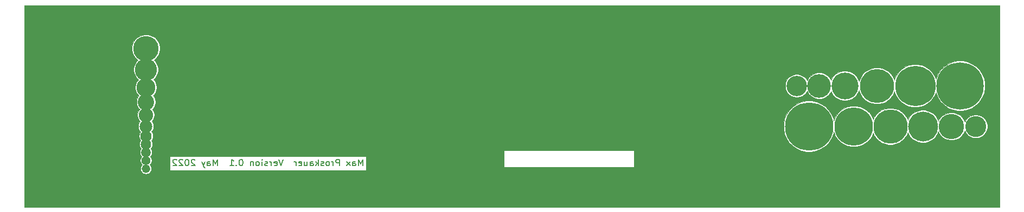
<source format=gbr>
G04 #@! TF.GenerationSoftware,KiCad,Pcbnew,(6.0.0)*
G04 #@! TF.CreationDate,2022-05-01T21:30:31-04:00*
G04 #@! TF.ProjectId,ruler,72756c65-722e-46b6-9963-61645f706362,0.1*
G04 #@! TF.SameCoordinates,Original*
G04 #@! TF.FileFunction,Copper,L2,Bot*
G04 #@! TF.FilePolarity,Positive*
%FSLAX46Y46*%
G04 Gerber Fmt 4.6, Leading zero omitted, Abs format (unit mm)*
G04 Created by KiCad (PCBNEW (6.0.0)) date 2022-05-01 21:30:31*
%MOMM*%
%LPD*%
G01*
G04 APERTURE LIST*
%ADD10C,0.200000*%
G04 #@! TA.AperFunction,NonConductor*
%ADD11C,0.200000*%
G04 #@! TD*
G04 #@! TA.AperFunction,ComponentPad*
%ADD12C,7.400000*%
G04 #@! TD*
G04 #@! TA.AperFunction,ComponentPad*
%ADD13C,5.300000*%
G04 #@! TD*
G04 #@! TA.AperFunction,ComponentPad*
%ADD14C,4.200000*%
G04 #@! TD*
G04 #@! TA.AperFunction,ComponentPad*
%ADD15C,3.200000*%
G04 #@! TD*
G04 #@! TA.AperFunction,ComponentPad*
%ADD16C,3.700000*%
G04 #@! TD*
G04 #@! TA.AperFunction,ComponentPad*
%ADD17C,6.300000*%
G04 #@! TD*
G04 #@! TA.AperFunction,ComponentPad*
%ADD18C,7.543800*%
G04 #@! TD*
G04 #@! TA.AperFunction,ComponentPad*
%ADD19C,5.994400*%
G04 #@! TD*
G04 #@! TA.AperFunction,ComponentPad*
%ADD20C,4.673600*%
G04 #@! TD*
G04 #@! TA.AperFunction,ComponentPad*
%ADD21C,3.276600*%
G04 #@! TD*
G04 #@! TA.AperFunction,ComponentPad*
%ADD22C,3.962400*%
G04 #@! TD*
G04 #@! TA.AperFunction,ComponentPad*
%ADD23C,5.334000*%
G04 #@! TD*
G04 #@! TA.AperFunction,ComponentPad*
%ADD24C,2.946400*%
G04 #@! TD*
G04 #@! TA.AperFunction,ComponentPad*
%ADD25C,1.397000*%
G04 #@! TD*
G04 #@! TA.AperFunction,ComponentPad*
%ADD26C,3.454400*%
G04 #@! TD*
G04 #@! TA.AperFunction,ComponentPad*
%ADD27C,1.625600*%
G04 #@! TD*
G04 #@! TA.AperFunction,ComponentPad*
%ADD28C,1.320800*%
G04 #@! TD*
G04 #@! TA.AperFunction,ComponentPad*
%ADD29C,1.498600*%
G04 #@! TD*
G04 #@! TA.AperFunction,ComponentPad*
%ADD30C,2.235200*%
G04 #@! TD*
G04 #@! TA.AperFunction,ComponentPad*
%ADD31C,1.981200*%
G04 #@! TD*
G04 #@! TA.AperFunction,ComponentPad*
%ADD32C,1.778000*%
G04 #@! TD*
G04 #@! TA.AperFunction,ComponentPad*
%ADD33C,2.540000*%
G04 #@! TD*
G04 #@! TA.AperFunction,NonConductor*
%ADD34C,0.025400*%
G04 #@! TD*
G04 APERTURE END LIST*
D10*
D11*
X129085714Y-101417380D02*
X129085714Y-100417380D01*
X128752380Y-101131666D01*
X128419047Y-100417380D01*
X128419047Y-101417380D01*
X127514285Y-101417380D02*
X127514285Y-100893571D01*
X127561904Y-100798333D01*
X127657142Y-100750714D01*
X127847619Y-100750714D01*
X127942857Y-100798333D01*
X127514285Y-101369761D02*
X127609523Y-101417380D01*
X127847619Y-101417380D01*
X127942857Y-101369761D01*
X127990476Y-101274523D01*
X127990476Y-101179285D01*
X127942857Y-101084047D01*
X127847619Y-101036428D01*
X127609523Y-101036428D01*
X127514285Y-100988809D01*
X127133333Y-101417380D02*
X126609523Y-100750714D01*
X127133333Y-100750714D02*
X126609523Y-101417380D01*
X125466666Y-101417380D02*
X125466666Y-100417380D01*
X125085714Y-100417380D01*
X124990476Y-100465000D01*
X124942857Y-100512619D01*
X124895238Y-100607857D01*
X124895238Y-100750714D01*
X124942857Y-100845952D01*
X124990476Y-100893571D01*
X125085714Y-100941190D01*
X125466666Y-100941190D01*
X124466666Y-101417380D02*
X124466666Y-100750714D01*
X124466666Y-100941190D02*
X124419047Y-100845952D01*
X124371428Y-100798333D01*
X124276190Y-100750714D01*
X124180952Y-100750714D01*
X123704761Y-101417380D02*
X123800000Y-101369761D01*
X123847619Y-101322142D01*
X123895238Y-101226904D01*
X123895238Y-100941190D01*
X123847619Y-100845952D01*
X123800000Y-100798333D01*
X123704761Y-100750714D01*
X123561904Y-100750714D01*
X123466666Y-100798333D01*
X123419047Y-100845952D01*
X123371428Y-100941190D01*
X123371428Y-101226904D01*
X123419047Y-101322142D01*
X123466666Y-101369761D01*
X123561904Y-101417380D01*
X123704761Y-101417380D01*
X122990476Y-101369761D02*
X122895238Y-101417380D01*
X122704761Y-101417380D01*
X122609523Y-101369761D01*
X122561904Y-101274523D01*
X122561904Y-101226904D01*
X122609523Y-101131666D01*
X122704761Y-101084047D01*
X122847619Y-101084047D01*
X122942857Y-101036428D01*
X122990476Y-100941190D01*
X122990476Y-100893571D01*
X122942857Y-100798333D01*
X122847619Y-100750714D01*
X122704761Y-100750714D01*
X122609523Y-100798333D01*
X122133333Y-101417380D02*
X122133333Y-100417380D01*
X122038095Y-101036428D02*
X121752380Y-101417380D01*
X121752380Y-100750714D02*
X122133333Y-101131666D01*
X120895238Y-101417380D02*
X120895238Y-100893571D01*
X120942857Y-100798333D01*
X121038095Y-100750714D01*
X121228571Y-100750714D01*
X121323809Y-100798333D01*
X120895238Y-101369761D02*
X120990476Y-101417380D01*
X121228571Y-101417380D01*
X121323809Y-101369761D01*
X121371428Y-101274523D01*
X121371428Y-101179285D01*
X121323809Y-101084047D01*
X121228571Y-101036428D01*
X120990476Y-101036428D01*
X120895238Y-100988809D01*
X119990476Y-100750714D02*
X119990476Y-101417380D01*
X120419047Y-100750714D02*
X120419047Y-101274523D01*
X120371428Y-101369761D01*
X120276190Y-101417380D01*
X120133333Y-101417380D01*
X120038095Y-101369761D01*
X119990476Y-101322142D01*
X119133333Y-101369761D02*
X119228571Y-101417380D01*
X119419047Y-101417380D01*
X119514285Y-101369761D01*
X119561904Y-101274523D01*
X119561904Y-100893571D01*
X119514285Y-100798333D01*
X119419047Y-100750714D01*
X119228571Y-100750714D01*
X119133333Y-100798333D01*
X119085714Y-100893571D01*
X119085714Y-100988809D01*
X119561904Y-101084047D01*
X118657142Y-101417380D02*
X118657142Y-100750714D01*
X118657142Y-100941190D02*
X118609523Y-100845952D01*
X118561904Y-100798333D01*
X118466666Y-100750714D01*
X118371428Y-100750714D01*
X116657142Y-100417380D02*
X116323809Y-101417380D01*
X115990476Y-100417380D01*
X115276190Y-101369761D02*
X115371428Y-101417380D01*
X115561904Y-101417380D01*
X115657142Y-101369761D01*
X115704761Y-101274523D01*
X115704761Y-100893571D01*
X115657142Y-100798333D01*
X115561904Y-100750714D01*
X115371428Y-100750714D01*
X115276190Y-100798333D01*
X115228571Y-100893571D01*
X115228571Y-100988809D01*
X115704761Y-101084047D01*
X114800000Y-101417380D02*
X114800000Y-100750714D01*
X114800000Y-100941190D02*
X114752380Y-100845952D01*
X114704761Y-100798333D01*
X114609523Y-100750714D01*
X114514285Y-100750714D01*
X114228571Y-101369761D02*
X114133333Y-101417380D01*
X113942857Y-101417380D01*
X113847619Y-101369761D01*
X113800000Y-101274523D01*
X113800000Y-101226904D01*
X113847619Y-101131666D01*
X113942857Y-101084047D01*
X114085714Y-101084047D01*
X114180952Y-101036428D01*
X114228571Y-100941190D01*
X114228571Y-100893571D01*
X114180952Y-100798333D01*
X114085714Y-100750714D01*
X113942857Y-100750714D01*
X113847619Y-100798333D01*
X113371428Y-101417380D02*
X113371428Y-100750714D01*
X113371428Y-100417380D02*
X113419047Y-100465000D01*
X113371428Y-100512619D01*
X113323809Y-100465000D01*
X113371428Y-100417380D01*
X113371428Y-100512619D01*
X112752380Y-101417380D02*
X112847619Y-101369761D01*
X112895238Y-101322142D01*
X112942857Y-101226904D01*
X112942857Y-100941190D01*
X112895238Y-100845952D01*
X112847619Y-100798333D01*
X112752380Y-100750714D01*
X112609523Y-100750714D01*
X112514285Y-100798333D01*
X112466666Y-100845952D01*
X112419047Y-100941190D01*
X112419047Y-101226904D01*
X112466666Y-101322142D01*
X112514285Y-101369761D01*
X112609523Y-101417380D01*
X112752380Y-101417380D01*
X111990476Y-100750714D02*
X111990476Y-101417380D01*
X111990476Y-100845952D02*
X111942857Y-100798333D01*
X111847619Y-100750714D01*
X111704761Y-100750714D01*
X111609523Y-100798333D01*
X111561904Y-100893571D01*
X111561904Y-101417380D01*
X110133333Y-100417380D02*
X110038095Y-100417380D01*
X109942857Y-100465000D01*
X109895238Y-100512619D01*
X109847619Y-100607857D01*
X109800000Y-100798333D01*
X109800000Y-101036428D01*
X109847619Y-101226904D01*
X109895238Y-101322142D01*
X109942857Y-101369761D01*
X110038095Y-101417380D01*
X110133333Y-101417380D01*
X110228571Y-101369761D01*
X110276190Y-101322142D01*
X110323809Y-101226904D01*
X110371428Y-101036428D01*
X110371428Y-100798333D01*
X110323809Y-100607857D01*
X110276190Y-100512619D01*
X110228571Y-100465000D01*
X110133333Y-100417380D01*
X109371428Y-101322142D02*
X109323809Y-101369761D01*
X109371428Y-101417380D01*
X109419047Y-101369761D01*
X109371428Y-101322142D01*
X109371428Y-101417380D01*
X108371428Y-101417380D02*
X108942857Y-101417380D01*
X108657142Y-101417380D02*
X108657142Y-100417380D01*
X108752380Y-100560238D01*
X108847619Y-100655476D01*
X108942857Y-100703095D01*
X106419047Y-101417380D02*
X106419047Y-100417380D01*
X106085714Y-101131666D01*
X105752380Y-100417380D01*
X105752380Y-101417380D01*
X104847619Y-101417380D02*
X104847619Y-100893571D01*
X104895238Y-100798333D01*
X104990476Y-100750714D01*
X105180952Y-100750714D01*
X105276190Y-100798333D01*
X104847619Y-101369761D02*
X104942857Y-101417380D01*
X105180952Y-101417380D01*
X105276190Y-101369761D01*
X105323809Y-101274523D01*
X105323809Y-101179285D01*
X105276190Y-101084047D01*
X105180952Y-101036428D01*
X104942857Y-101036428D01*
X104847619Y-100988809D01*
X104466666Y-100750714D02*
X104228571Y-101417380D01*
X103990476Y-100750714D02*
X104228571Y-101417380D01*
X104323809Y-101655476D01*
X104371428Y-101703095D01*
X104466666Y-101750714D01*
X102895238Y-100512619D02*
X102847619Y-100465000D01*
X102752380Y-100417380D01*
X102514285Y-100417380D01*
X102419047Y-100465000D01*
X102371428Y-100512619D01*
X102323809Y-100607857D01*
X102323809Y-100703095D01*
X102371428Y-100845952D01*
X102942857Y-101417380D01*
X102323809Y-101417380D01*
X101704761Y-100417380D02*
X101609523Y-100417380D01*
X101514285Y-100465000D01*
X101466666Y-100512619D01*
X101419047Y-100607857D01*
X101371428Y-100798333D01*
X101371428Y-101036428D01*
X101419047Y-101226904D01*
X101466666Y-101322142D01*
X101514285Y-101369761D01*
X101609523Y-101417380D01*
X101704761Y-101417380D01*
X101800000Y-101369761D01*
X101847619Y-101322142D01*
X101895238Y-101226904D01*
X101942857Y-101036428D01*
X101942857Y-100798333D01*
X101895238Y-100607857D01*
X101847619Y-100512619D01*
X101800000Y-100465000D01*
X101704761Y-100417380D01*
X100990476Y-100512619D02*
X100942857Y-100465000D01*
X100847619Y-100417380D01*
X100609523Y-100417380D01*
X100514285Y-100465000D01*
X100466666Y-100512619D01*
X100419047Y-100607857D01*
X100419047Y-100703095D01*
X100466666Y-100845952D01*
X101038095Y-101417380D01*
X100419047Y-101417380D01*
X100038095Y-100512619D02*
X99990476Y-100465000D01*
X99895238Y-100417380D01*
X99657142Y-100417380D01*
X99561904Y-100465000D01*
X99514285Y-100512619D01*
X99466666Y-100607857D01*
X99466666Y-100703095D01*
X99514285Y-100845952D01*
X100085714Y-101417380D01*
X99466666Y-101417380D01*
D12*
X222350000Y-88900000D03*
D13*
X209350000Y-88900000D03*
D14*
X204350000Y-88900000D03*
D15*
X196850000Y-88900000D03*
D16*
X200350000Y-88900000D03*
D17*
X215350000Y-88900000D03*
D18*
X198755000Y-95250000D03*
D19*
X205740000Y-95250000D03*
D20*
X216535000Y-95250000D03*
D21*
X224790000Y-95250000D03*
D22*
X220980000Y-95250000D03*
D23*
X211455000Y-95250000D03*
D24*
X95250000Y-89154000D03*
D22*
X95250000Y-83058000D03*
D25*
X95250000Y-100584000D03*
D26*
X95250000Y-86360000D03*
D27*
X95250000Y-98044000D03*
D28*
X95250000Y-101854000D03*
D29*
X95250000Y-99314000D03*
D30*
X95250000Y-93472000D03*
D31*
X95250000Y-95250000D03*
D32*
X95250000Y-96774000D03*
D33*
X95250000Y-91440000D03*
D34*
X228511900Y-107861900D02*
X76288100Y-107861900D01*
X76288100Y-82841920D01*
X93056100Y-82841920D01*
X93056100Y-83274080D01*
X93140411Y-83697937D01*
X93305791Y-84097201D01*
X93545887Y-84456530D01*
X93851470Y-84762113D01*
X94003123Y-84863445D01*
X93743182Y-85123386D01*
X93530883Y-85441113D01*
X93384650Y-85794152D01*
X93310100Y-86168937D01*
X93310100Y-86551063D01*
X93384650Y-86925848D01*
X93530883Y-87278887D01*
X93743182Y-87596614D01*
X94013386Y-87866818D01*
X94097054Y-87922724D01*
X93940476Y-88079302D01*
X93755975Y-88355427D01*
X93628889Y-88662241D01*
X93564100Y-88987953D01*
X93564100Y-89320047D01*
X93628889Y-89645759D01*
X93755975Y-89952573D01*
X93940476Y-90228698D01*
X94152462Y-90440684D01*
X94098312Y-90494834D01*
X93936048Y-90737678D01*
X93824279Y-91007512D01*
X93767300Y-91293967D01*
X93767300Y-91586033D01*
X93824279Y-91872488D01*
X93936048Y-92142322D01*
X94098312Y-92385166D01*
X94276909Y-92563763D01*
X94216688Y-92623983D01*
X94071103Y-92841867D01*
X93970822Y-93083966D01*
X93919700Y-93340977D01*
X93919700Y-93603023D01*
X93970822Y-93860034D01*
X94071103Y-94102133D01*
X94216688Y-94320017D01*
X94347474Y-94450803D01*
X94315336Y-94482941D01*
X94183650Y-94680024D01*
X94092942Y-94899010D01*
X94046700Y-95131485D01*
X94046700Y-95368515D01*
X94092942Y-95600990D01*
X94183650Y-95819976D01*
X94315336Y-96017059D01*
X94384532Y-96086255D01*
X94273686Y-96252149D01*
X94190637Y-96452646D01*
X94148300Y-96665492D01*
X94148300Y-96882508D01*
X94190637Y-97095354D01*
X94273686Y-97295851D01*
X94394253Y-97476293D01*
X94395283Y-97477323D01*
X94341214Y-97558244D01*
X94263909Y-97744873D01*
X94224500Y-97942997D01*
X94224500Y-98145003D01*
X94263909Y-98343127D01*
X94341214Y-98529756D01*
X94453442Y-98697718D01*
X94484228Y-98728504D01*
X94397486Y-98858322D01*
X94324969Y-99033395D01*
X94288000Y-99219251D01*
X94288000Y-99408749D01*
X94324969Y-99594605D01*
X94397486Y-99769678D01*
X94502766Y-99927239D01*
X94560448Y-99984921D01*
X94542225Y-100003144D01*
X94442505Y-100152385D01*
X94373817Y-100318213D01*
X94338800Y-100494255D01*
X94338800Y-100673745D01*
X94373817Y-100849787D01*
X94442505Y-101015615D01*
X94542225Y-101164856D01*
X94623310Y-101245941D01*
X94571819Y-101297431D01*
X94476268Y-101440432D01*
X94410452Y-101599326D01*
X94376900Y-101768007D01*
X94376900Y-101939993D01*
X94410452Y-102108674D01*
X94476268Y-102267568D01*
X94571819Y-102410569D01*
X94693431Y-102532181D01*
X94836432Y-102627732D01*
X94995326Y-102693548D01*
X95164007Y-102727100D01*
X95335993Y-102727100D01*
X95504674Y-102693548D01*
X95663568Y-102627732D01*
X95806569Y-102532181D01*
X95928181Y-102410569D01*
X96023732Y-102267568D01*
X96089548Y-102108674D01*
X96123100Y-101939993D01*
X96123100Y-101768007D01*
X96089548Y-101599326D01*
X96023732Y-101440432D01*
X95928181Y-101297431D01*
X95876691Y-101245941D01*
X95957775Y-101164856D01*
X96057495Y-101015615D01*
X96126183Y-100849787D01*
X96161200Y-100673745D01*
X96161200Y-100494255D01*
X96126183Y-100318213D01*
X96057495Y-100152385D01*
X95957775Y-100003144D01*
X95939552Y-99984921D01*
X95942173Y-99982300D01*
X99011110Y-99982300D01*
X99011110Y-102107700D01*
X129588891Y-102107700D01*
X129588891Y-99982300D01*
X99011110Y-99982300D01*
X95942173Y-99982300D01*
X95997234Y-99927239D01*
X96102514Y-99769678D01*
X96175031Y-99594605D01*
X96212000Y-99408749D01*
X96212000Y-99219251D01*
X96180324Y-99060000D01*
X151117300Y-99060000D01*
X151117300Y-101600000D01*
X151117544Y-101602478D01*
X151118267Y-101604860D01*
X151119440Y-101607056D01*
X151121020Y-101608980D01*
X151122944Y-101610560D01*
X151125140Y-101611733D01*
X151127522Y-101612456D01*
X151130000Y-101612700D01*
X171450000Y-101612700D01*
X171452478Y-101612456D01*
X171454860Y-101611733D01*
X171457056Y-101610560D01*
X171458980Y-101608980D01*
X171460560Y-101607056D01*
X171461733Y-101604860D01*
X171462456Y-101602478D01*
X171462700Y-101600000D01*
X171462700Y-99060000D01*
X171462456Y-99057522D01*
X171461733Y-99055140D01*
X171460560Y-99052944D01*
X171458980Y-99051020D01*
X171457056Y-99049440D01*
X171454860Y-99048267D01*
X171452478Y-99047544D01*
X171450000Y-99047300D01*
X151130000Y-99047300D01*
X151127522Y-99047544D01*
X151125140Y-99048267D01*
X151122944Y-99049440D01*
X151121020Y-99051020D01*
X151119440Y-99052944D01*
X151118267Y-99055140D01*
X151117544Y-99057522D01*
X151117300Y-99060000D01*
X96180324Y-99060000D01*
X96175031Y-99033395D01*
X96102514Y-98858322D01*
X96015772Y-98728504D01*
X96046558Y-98697718D01*
X96158786Y-98529756D01*
X96236091Y-98343127D01*
X96275500Y-98145003D01*
X96275500Y-97942997D01*
X96236091Y-97744873D01*
X96158786Y-97558244D01*
X96104717Y-97477323D01*
X96105747Y-97476293D01*
X96226314Y-97295851D01*
X96309363Y-97095354D01*
X96351700Y-96882508D01*
X96351700Y-96665492D01*
X96309363Y-96452646D01*
X96226314Y-96252149D01*
X96115468Y-96086255D01*
X96184664Y-96017059D01*
X96316350Y-95819976D01*
X96407058Y-95600990D01*
X96453300Y-95368515D01*
X96453300Y-95131485D01*
X96407058Y-94899010D01*
X96389885Y-94857551D01*
X194770400Y-94857551D01*
X194770400Y-95642449D01*
X194923526Y-96412265D01*
X195223893Y-97137416D01*
X195659959Y-97790035D01*
X196214965Y-98345041D01*
X196867584Y-98781107D01*
X197592735Y-99081474D01*
X198362551Y-99234600D01*
X199147449Y-99234600D01*
X199917265Y-99081474D01*
X200642416Y-98781107D01*
X201295035Y-98345041D01*
X201850041Y-97790035D01*
X202286107Y-97137416D01*
X202586474Y-96412265D01*
X202642439Y-96130911D01*
X202653455Y-96186293D01*
X202895424Y-96770458D01*
X203246708Y-97296192D01*
X203693808Y-97743292D01*
X204219542Y-98094576D01*
X204803707Y-98336545D01*
X205423852Y-98459900D01*
X206056148Y-98459900D01*
X206676293Y-98336545D01*
X207260458Y-98094576D01*
X207786192Y-97743292D01*
X208233292Y-97296192D01*
X208584576Y-96770458D01*
X208776203Y-96307830D01*
X208903043Y-96614050D01*
X209218191Y-97085702D01*
X209619298Y-97486809D01*
X210090950Y-97801957D01*
X210615022Y-98019035D01*
X211171374Y-98129700D01*
X211738626Y-98129700D01*
X212294978Y-98019035D01*
X212819050Y-97801957D01*
X213290702Y-97486809D01*
X213691809Y-97085702D01*
X214006957Y-96614050D01*
X214173703Y-96211490D01*
X214275662Y-96457641D01*
X214554674Y-96875212D01*
X214909788Y-97230326D01*
X215327359Y-97509338D01*
X215791338Y-97701524D01*
X216283896Y-97799500D01*
X216786104Y-97799500D01*
X217278662Y-97701524D01*
X217742641Y-97509338D01*
X218160212Y-97230326D01*
X218515326Y-96875212D01*
X218794338Y-96457641D01*
X218949950Y-96081961D01*
X219035791Y-96289201D01*
X219275887Y-96648530D01*
X219581470Y-96954113D01*
X219940799Y-97194209D01*
X220340063Y-97359589D01*
X220763920Y-97443900D01*
X221196080Y-97443900D01*
X221619937Y-97359589D01*
X222019201Y-97194209D01*
X222378530Y-96954113D01*
X222684113Y-96648530D01*
X222924209Y-96289201D01*
X223070576Y-95935839D01*
X223149665Y-96126777D01*
X223352235Y-96429944D01*
X223610056Y-96687765D01*
X223913223Y-96890335D01*
X224250083Y-97029867D01*
X224607692Y-97101000D01*
X224972308Y-97101000D01*
X225329917Y-97029867D01*
X225666777Y-96890335D01*
X225969944Y-96687765D01*
X226227765Y-96429944D01*
X226430335Y-96126777D01*
X226569867Y-95789917D01*
X226641000Y-95432308D01*
X226641000Y-95067692D01*
X226569867Y-94710083D01*
X226430335Y-94373223D01*
X226227765Y-94070056D01*
X225969944Y-93812235D01*
X225666777Y-93609665D01*
X225329917Y-93470133D01*
X224972308Y-93399000D01*
X224607692Y-93399000D01*
X224250083Y-93470133D01*
X223913223Y-93609665D01*
X223610056Y-93812235D01*
X223352235Y-94070056D01*
X223149665Y-94373223D01*
X223070576Y-94564161D01*
X222924209Y-94210799D01*
X222684113Y-93851470D01*
X222378530Y-93545887D01*
X222019201Y-93305791D01*
X221619937Y-93140411D01*
X221196080Y-93056100D01*
X220763920Y-93056100D01*
X220340063Y-93140411D01*
X219940799Y-93305791D01*
X219581470Y-93545887D01*
X219275887Y-93851470D01*
X219035791Y-94210799D01*
X218949950Y-94418039D01*
X218794338Y-94042359D01*
X218515326Y-93624788D01*
X218160212Y-93269674D01*
X217742641Y-92990662D01*
X217278662Y-92798476D01*
X216786104Y-92700500D01*
X216283896Y-92700500D01*
X215791338Y-92798476D01*
X215327359Y-92990662D01*
X214909788Y-93269674D01*
X214554674Y-93624788D01*
X214275662Y-94042359D01*
X214173703Y-94288510D01*
X214006957Y-93885950D01*
X213691809Y-93414298D01*
X213290702Y-93013191D01*
X212819050Y-92698043D01*
X212294978Y-92480965D01*
X211738626Y-92370300D01*
X211171374Y-92370300D01*
X210615022Y-92480965D01*
X210090950Y-92698043D01*
X209619298Y-93013191D01*
X209218191Y-93414298D01*
X208903043Y-93885950D01*
X208776203Y-94192170D01*
X208584576Y-93729542D01*
X208233292Y-93203808D01*
X207786192Y-92756708D01*
X207260458Y-92405424D01*
X206676293Y-92163455D01*
X206056148Y-92040100D01*
X205423852Y-92040100D01*
X204803707Y-92163455D01*
X204219542Y-92405424D01*
X203693808Y-92756708D01*
X203246708Y-93203808D01*
X202895424Y-93729542D01*
X202653455Y-94313707D01*
X202642439Y-94369089D01*
X202586474Y-94087735D01*
X202286107Y-93362584D01*
X201850041Y-92709965D01*
X201295035Y-92154959D01*
X200642416Y-91718893D01*
X199917265Y-91418526D01*
X199147449Y-91265400D01*
X198362551Y-91265400D01*
X197592735Y-91418526D01*
X196867584Y-91718893D01*
X196214965Y-92154959D01*
X195659959Y-92709965D01*
X195223893Y-93362584D01*
X194923526Y-94087735D01*
X194770400Y-94857551D01*
X96389885Y-94857551D01*
X96316350Y-94680024D01*
X96184664Y-94482941D01*
X96152526Y-94450803D01*
X96283312Y-94320017D01*
X96428897Y-94102133D01*
X96529178Y-93860034D01*
X96580300Y-93603023D01*
X96580300Y-93340977D01*
X96529178Y-93083966D01*
X96428897Y-92841867D01*
X96283312Y-92623983D01*
X96223092Y-92563763D01*
X96401688Y-92385166D01*
X96563952Y-92142322D01*
X96675721Y-91872488D01*
X96732700Y-91586033D01*
X96732700Y-91293967D01*
X96675721Y-91007512D01*
X96563952Y-90737678D01*
X96401688Y-90494834D01*
X96347538Y-90440684D01*
X96559524Y-90228698D01*
X96744025Y-89952573D01*
X96871111Y-89645759D01*
X96935900Y-89320047D01*
X96935900Y-88987953D01*
X96882892Y-88721465D01*
X195037300Y-88721465D01*
X195037300Y-89078535D01*
X195106961Y-89428745D01*
X195243606Y-89758635D01*
X195441984Y-90055529D01*
X195694471Y-90308016D01*
X195991365Y-90506394D01*
X196321255Y-90643039D01*
X196671465Y-90712700D01*
X197028535Y-90712700D01*
X197378745Y-90643039D01*
X197708635Y-90506394D01*
X198005529Y-90308016D01*
X198258016Y-90055529D01*
X198456394Y-89758635D01*
X198464701Y-89738581D01*
X198522059Y-89877055D01*
X198747796Y-90214895D01*
X199035105Y-90502204D01*
X199372945Y-90727941D01*
X199748332Y-90883432D01*
X200146842Y-90962700D01*
X200553158Y-90962700D01*
X200951668Y-90883432D01*
X201327055Y-90727941D01*
X201664895Y-90502204D01*
X201952204Y-90214895D01*
X202177941Y-89877055D01*
X202214701Y-89788308D01*
X202300512Y-89995474D01*
X202553609Y-90374260D01*
X202875740Y-90696391D01*
X203254526Y-90949488D01*
X203675410Y-91123824D01*
X204122219Y-91212700D01*
X204577781Y-91212700D01*
X205024590Y-91123824D01*
X205445474Y-90949488D01*
X205824260Y-90696391D01*
X206146391Y-90374260D01*
X206399488Y-89995474D01*
X206568133Y-89588328D01*
X206597312Y-89735019D01*
X206813109Y-90255997D01*
X207126396Y-90724865D01*
X207525135Y-91123604D01*
X207994003Y-91436891D01*
X208514981Y-91652688D01*
X209068049Y-91762700D01*
X209631951Y-91762700D01*
X210185019Y-91652688D01*
X210705997Y-91436891D01*
X211174865Y-91123604D01*
X211573604Y-90724865D01*
X211886891Y-90255997D01*
X212092438Y-89759765D01*
X212116526Y-89880864D01*
X212370014Y-90492836D01*
X212738020Y-91043597D01*
X213206403Y-91511980D01*
X213757164Y-91879986D01*
X214369136Y-92133474D01*
X215018803Y-92262700D01*
X215681197Y-92262700D01*
X216330864Y-92133474D01*
X216942836Y-91879986D01*
X217493597Y-91511980D01*
X217961980Y-91043597D01*
X218329986Y-90492836D01*
X218564745Y-89926079D01*
X218587663Y-90041293D01*
X218882610Y-90753358D01*
X219310807Y-91394201D01*
X219855799Y-91939193D01*
X220496642Y-92367390D01*
X221208707Y-92662337D01*
X221964633Y-92812700D01*
X222735367Y-92812700D01*
X223491293Y-92662337D01*
X224203358Y-92367390D01*
X224844201Y-91939193D01*
X225389193Y-91394201D01*
X225817390Y-90753358D01*
X226112337Y-90041293D01*
X226262700Y-89285367D01*
X226262700Y-88514633D01*
X226112337Y-87758707D01*
X225817390Y-87046642D01*
X225389193Y-86405799D01*
X224844201Y-85860807D01*
X224203358Y-85432610D01*
X223491293Y-85137663D01*
X222735367Y-84987300D01*
X221964633Y-84987300D01*
X221208707Y-85137663D01*
X220496642Y-85432610D01*
X219855799Y-85860807D01*
X219310807Y-86405799D01*
X218882610Y-87046642D01*
X218587663Y-87758707D01*
X218564745Y-87873921D01*
X218329986Y-87307164D01*
X217961980Y-86756403D01*
X217493597Y-86288020D01*
X216942836Y-85920014D01*
X216330864Y-85666526D01*
X215681197Y-85537300D01*
X215018803Y-85537300D01*
X214369136Y-85666526D01*
X213757164Y-85920014D01*
X213206403Y-86288020D01*
X212738020Y-86756403D01*
X212370014Y-87307164D01*
X212116526Y-87919136D01*
X212092438Y-88040235D01*
X211886891Y-87544003D01*
X211573604Y-87075135D01*
X211174865Y-86676396D01*
X210705997Y-86363109D01*
X210185019Y-86147312D01*
X209631951Y-86037300D01*
X209068049Y-86037300D01*
X208514981Y-86147312D01*
X207994003Y-86363109D01*
X207525135Y-86676396D01*
X207126396Y-87075135D01*
X206813109Y-87544003D01*
X206597312Y-88064981D01*
X206568133Y-88211672D01*
X206399488Y-87804526D01*
X206146391Y-87425740D01*
X205824260Y-87103609D01*
X205445474Y-86850512D01*
X205024590Y-86676176D01*
X204577781Y-86587300D01*
X204122219Y-86587300D01*
X203675410Y-86676176D01*
X203254526Y-86850512D01*
X202875740Y-87103609D01*
X202553609Y-87425740D01*
X202300512Y-87804526D01*
X202214701Y-88011692D01*
X202177941Y-87922945D01*
X201952204Y-87585105D01*
X201664895Y-87297796D01*
X201327055Y-87072059D01*
X200951668Y-86916568D01*
X200553158Y-86837300D01*
X200146842Y-86837300D01*
X199748332Y-86916568D01*
X199372945Y-87072059D01*
X199035105Y-87297796D01*
X198747796Y-87585105D01*
X198522059Y-87922945D01*
X198464701Y-88061419D01*
X198456394Y-88041365D01*
X198258016Y-87744471D01*
X198005529Y-87491984D01*
X197708635Y-87293606D01*
X197378745Y-87156961D01*
X197028535Y-87087300D01*
X196671465Y-87087300D01*
X196321255Y-87156961D01*
X195991365Y-87293606D01*
X195694471Y-87491984D01*
X195441984Y-87744471D01*
X195243606Y-88041365D01*
X195106961Y-88371255D01*
X195037300Y-88721465D01*
X96882892Y-88721465D01*
X96871111Y-88662241D01*
X96744025Y-88355427D01*
X96559524Y-88079302D01*
X96402946Y-87922724D01*
X96486614Y-87866818D01*
X96756818Y-87596614D01*
X96969117Y-87278887D01*
X97115350Y-86925848D01*
X97189900Y-86551063D01*
X97189900Y-86168937D01*
X97115350Y-85794152D01*
X96969117Y-85441113D01*
X96756818Y-85123386D01*
X96496877Y-84863445D01*
X96648530Y-84762113D01*
X96954113Y-84456530D01*
X97194209Y-84097201D01*
X97359589Y-83697937D01*
X97443900Y-83274080D01*
X97443900Y-82841920D01*
X97359589Y-82418063D01*
X97194209Y-82018799D01*
X96954113Y-81659470D01*
X96648530Y-81353887D01*
X96289201Y-81113791D01*
X95889937Y-80948411D01*
X95466080Y-80864100D01*
X95033920Y-80864100D01*
X94610063Y-80948411D01*
X94210799Y-81113791D01*
X93851470Y-81353887D01*
X93545887Y-81659470D01*
X93305791Y-82018799D01*
X93140411Y-82418063D01*
X93056100Y-82841920D01*
X76288100Y-82841920D01*
X76288100Y-76288100D01*
X228511901Y-76288100D01*
X228511900Y-107861900D02*
X228511901Y-76288100D01*
G04 #@! TA.AperFunction,NonConductor*
G36*
X228511900Y-107861900D02*
G01*
X76288100Y-107861900D01*
X76288100Y-82841920D01*
X93056100Y-82841920D01*
X93056100Y-83274080D01*
X93140411Y-83697937D01*
X93305791Y-84097201D01*
X93545887Y-84456530D01*
X93851470Y-84762113D01*
X94003123Y-84863445D01*
X93743182Y-85123386D01*
X93530883Y-85441113D01*
X93384650Y-85794152D01*
X93310100Y-86168937D01*
X93310100Y-86551063D01*
X93384650Y-86925848D01*
X93530883Y-87278887D01*
X93743182Y-87596614D01*
X94013386Y-87866818D01*
X94097054Y-87922724D01*
X93940476Y-88079302D01*
X93755975Y-88355427D01*
X93628889Y-88662241D01*
X93564100Y-88987953D01*
X93564100Y-89320047D01*
X93628889Y-89645759D01*
X93755975Y-89952573D01*
X93940476Y-90228698D01*
X94152462Y-90440684D01*
X94098312Y-90494834D01*
X93936048Y-90737678D01*
X93824279Y-91007512D01*
X93767300Y-91293967D01*
X93767300Y-91586033D01*
X93824279Y-91872488D01*
X93936048Y-92142322D01*
X94098312Y-92385166D01*
X94276909Y-92563763D01*
X94216688Y-92623983D01*
X94071103Y-92841867D01*
X93970822Y-93083966D01*
X93919700Y-93340977D01*
X93919700Y-93603023D01*
X93970822Y-93860034D01*
X94071103Y-94102133D01*
X94216688Y-94320017D01*
X94347474Y-94450803D01*
X94315336Y-94482941D01*
X94183650Y-94680024D01*
X94092942Y-94899010D01*
X94046700Y-95131485D01*
X94046700Y-95368515D01*
X94092942Y-95600990D01*
X94183650Y-95819976D01*
X94315336Y-96017059D01*
X94384532Y-96086255D01*
X94273686Y-96252149D01*
X94190637Y-96452646D01*
X94148300Y-96665492D01*
X94148300Y-96882508D01*
X94190637Y-97095354D01*
X94273686Y-97295851D01*
X94394253Y-97476293D01*
X94395283Y-97477323D01*
X94341214Y-97558244D01*
X94263909Y-97744873D01*
X94224500Y-97942997D01*
X94224500Y-98145003D01*
X94263909Y-98343127D01*
X94341214Y-98529756D01*
X94453442Y-98697718D01*
X94484228Y-98728504D01*
X94397486Y-98858322D01*
X94324969Y-99033395D01*
X94288000Y-99219251D01*
X94288000Y-99408749D01*
X94324969Y-99594605D01*
X94397486Y-99769678D01*
X94502766Y-99927239D01*
X94560448Y-99984921D01*
X94542225Y-100003144D01*
X94442505Y-100152385D01*
X94373817Y-100318213D01*
X94338800Y-100494255D01*
X94338800Y-100673745D01*
X94373817Y-100849787D01*
X94442505Y-101015615D01*
X94542225Y-101164856D01*
X94623310Y-101245941D01*
X94571819Y-101297431D01*
X94476268Y-101440432D01*
X94410452Y-101599326D01*
X94376900Y-101768007D01*
X94376900Y-101939993D01*
X94410452Y-102108674D01*
X94476268Y-102267568D01*
X94571819Y-102410569D01*
X94693431Y-102532181D01*
X94836432Y-102627732D01*
X94995326Y-102693548D01*
X95164007Y-102727100D01*
X95335993Y-102727100D01*
X95504674Y-102693548D01*
X95663568Y-102627732D01*
X95806569Y-102532181D01*
X95928181Y-102410569D01*
X96023732Y-102267568D01*
X96089548Y-102108674D01*
X96123100Y-101939993D01*
X96123100Y-101768007D01*
X96089548Y-101599326D01*
X96023732Y-101440432D01*
X95928181Y-101297431D01*
X95876691Y-101245941D01*
X95957775Y-101164856D01*
X96057495Y-101015615D01*
X96126183Y-100849787D01*
X96161200Y-100673745D01*
X96161200Y-100494255D01*
X96126183Y-100318213D01*
X96057495Y-100152385D01*
X95957775Y-100003144D01*
X95939552Y-99984921D01*
X95942173Y-99982300D01*
X99011110Y-99982300D01*
X99011110Y-102107700D01*
X129588891Y-102107700D01*
X129588891Y-99982300D01*
X99011110Y-99982300D01*
X95942173Y-99982300D01*
X95997234Y-99927239D01*
X96102514Y-99769678D01*
X96175031Y-99594605D01*
X96212000Y-99408749D01*
X96212000Y-99219251D01*
X96180324Y-99060000D01*
X151117300Y-99060000D01*
X151117300Y-101600000D01*
X151117544Y-101602478D01*
X151118267Y-101604860D01*
X151119440Y-101607056D01*
X151121020Y-101608980D01*
X151122944Y-101610560D01*
X151125140Y-101611733D01*
X151127522Y-101612456D01*
X151130000Y-101612700D01*
X171450000Y-101612700D01*
X171452478Y-101612456D01*
X171454860Y-101611733D01*
X171457056Y-101610560D01*
X171458980Y-101608980D01*
X171460560Y-101607056D01*
X171461733Y-101604860D01*
X171462456Y-101602478D01*
X171462700Y-101600000D01*
X171462700Y-99060000D01*
X171462456Y-99057522D01*
X171461733Y-99055140D01*
X171460560Y-99052944D01*
X171458980Y-99051020D01*
X171457056Y-99049440D01*
X171454860Y-99048267D01*
X171452478Y-99047544D01*
X171450000Y-99047300D01*
X151130000Y-99047300D01*
X151127522Y-99047544D01*
X151125140Y-99048267D01*
X151122944Y-99049440D01*
X151121020Y-99051020D01*
X151119440Y-99052944D01*
X151118267Y-99055140D01*
X151117544Y-99057522D01*
X151117300Y-99060000D01*
X96180324Y-99060000D01*
X96175031Y-99033395D01*
X96102514Y-98858322D01*
X96015772Y-98728504D01*
X96046558Y-98697718D01*
X96158786Y-98529756D01*
X96236091Y-98343127D01*
X96275500Y-98145003D01*
X96275500Y-97942997D01*
X96236091Y-97744873D01*
X96158786Y-97558244D01*
X96104717Y-97477323D01*
X96105747Y-97476293D01*
X96226314Y-97295851D01*
X96309363Y-97095354D01*
X96351700Y-96882508D01*
X96351700Y-96665492D01*
X96309363Y-96452646D01*
X96226314Y-96252149D01*
X96115468Y-96086255D01*
X96184664Y-96017059D01*
X96316350Y-95819976D01*
X96407058Y-95600990D01*
X96453300Y-95368515D01*
X96453300Y-95131485D01*
X96407058Y-94899010D01*
X96389885Y-94857551D01*
X194770400Y-94857551D01*
X194770400Y-95642449D01*
X194923526Y-96412265D01*
X195223893Y-97137416D01*
X195659959Y-97790035D01*
X196214965Y-98345041D01*
X196867584Y-98781107D01*
X197592735Y-99081474D01*
X198362551Y-99234600D01*
X199147449Y-99234600D01*
X199917265Y-99081474D01*
X200642416Y-98781107D01*
X201295035Y-98345041D01*
X201850041Y-97790035D01*
X202286107Y-97137416D01*
X202586474Y-96412265D01*
X202642439Y-96130911D01*
X202653455Y-96186293D01*
X202895424Y-96770458D01*
X203246708Y-97296192D01*
X203693808Y-97743292D01*
X204219542Y-98094576D01*
X204803707Y-98336545D01*
X205423852Y-98459900D01*
X206056148Y-98459900D01*
X206676293Y-98336545D01*
X207260458Y-98094576D01*
X207786192Y-97743292D01*
X208233292Y-97296192D01*
X208584576Y-96770458D01*
X208776203Y-96307830D01*
X208903043Y-96614050D01*
X209218191Y-97085702D01*
X209619298Y-97486809D01*
X210090950Y-97801957D01*
X210615022Y-98019035D01*
X211171374Y-98129700D01*
X211738626Y-98129700D01*
X212294978Y-98019035D01*
X212819050Y-97801957D01*
X213290702Y-97486809D01*
X213691809Y-97085702D01*
X214006957Y-96614050D01*
X214173703Y-96211490D01*
X214275662Y-96457641D01*
X214554674Y-96875212D01*
X214909788Y-97230326D01*
X215327359Y-97509338D01*
X215791338Y-97701524D01*
X216283896Y-97799500D01*
X216786104Y-97799500D01*
X217278662Y-97701524D01*
X217742641Y-97509338D01*
X218160212Y-97230326D01*
X218515326Y-96875212D01*
X218794338Y-96457641D01*
X218949950Y-96081961D01*
X219035791Y-96289201D01*
X219275887Y-96648530D01*
X219581470Y-96954113D01*
X219940799Y-97194209D01*
X220340063Y-97359589D01*
X220763920Y-97443900D01*
X221196080Y-97443900D01*
X221619937Y-97359589D01*
X222019201Y-97194209D01*
X222378530Y-96954113D01*
X222684113Y-96648530D01*
X222924209Y-96289201D01*
X223070576Y-95935839D01*
X223149665Y-96126777D01*
X223352235Y-96429944D01*
X223610056Y-96687765D01*
X223913223Y-96890335D01*
X224250083Y-97029867D01*
X224607692Y-97101000D01*
X224972308Y-97101000D01*
X225329917Y-97029867D01*
X225666777Y-96890335D01*
X225969944Y-96687765D01*
X226227765Y-96429944D01*
X226430335Y-96126777D01*
X226569867Y-95789917D01*
X226641000Y-95432308D01*
X226641000Y-95067692D01*
X226569867Y-94710083D01*
X226430335Y-94373223D01*
X226227765Y-94070056D01*
X225969944Y-93812235D01*
X225666777Y-93609665D01*
X225329917Y-93470133D01*
X224972308Y-93399000D01*
X224607692Y-93399000D01*
X224250083Y-93470133D01*
X223913223Y-93609665D01*
X223610056Y-93812235D01*
X223352235Y-94070056D01*
X223149665Y-94373223D01*
X223070576Y-94564161D01*
X222924209Y-94210799D01*
X222684113Y-93851470D01*
X222378530Y-93545887D01*
X222019201Y-93305791D01*
X221619937Y-93140411D01*
X221196080Y-93056100D01*
X220763920Y-93056100D01*
X220340063Y-93140411D01*
X219940799Y-93305791D01*
X219581470Y-93545887D01*
X219275887Y-93851470D01*
X219035791Y-94210799D01*
X218949950Y-94418039D01*
X218794338Y-94042359D01*
X218515326Y-93624788D01*
X218160212Y-93269674D01*
X217742641Y-92990662D01*
X217278662Y-92798476D01*
X216786104Y-92700500D01*
X216283896Y-92700500D01*
X215791338Y-92798476D01*
X215327359Y-92990662D01*
X214909788Y-93269674D01*
X214554674Y-93624788D01*
X214275662Y-94042359D01*
X214173703Y-94288510D01*
X214006957Y-93885950D01*
X213691809Y-93414298D01*
X213290702Y-93013191D01*
X212819050Y-92698043D01*
X212294978Y-92480965D01*
X211738626Y-92370300D01*
X211171374Y-92370300D01*
X210615022Y-92480965D01*
X210090950Y-92698043D01*
X209619298Y-93013191D01*
X209218191Y-93414298D01*
X208903043Y-93885950D01*
X208776203Y-94192170D01*
X208584576Y-93729542D01*
X208233292Y-93203808D01*
X207786192Y-92756708D01*
X207260458Y-92405424D01*
X206676293Y-92163455D01*
X206056148Y-92040100D01*
X205423852Y-92040100D01*
X204803707Y-92163455D01*
X204219542Y-92405424D01*
X203693808Y-92756708D01*
X203246708Y-93203808D01*
X202895424Y-93729542D01*
X202653455Y-94313707D01*
X202642439Y-94369089D01*
X202586474Y-94087735D01*
X202286107Y-93362584D01*
X201850041Y-92709965D01*
X201295035Y-92154959D01*
X200642416Y-91718893D01*
X199917265Y-91418526D01*
X199147449Y-91265400D01*
X198362551Y-91265400D01*
X197592735Y-91418526D01*
X196867584Y-91718893D01*
X196214965Y-92154959D01*
X195659959Y-92709965D01*
X195223893Y-93362584D01*
X194923526Y-94087735D01*
X194770400Y-94857551D01*
X96389885Y-94857551D01*
X96316350Y-94680024D01*
X96184664Y-94482941D01*
X96152526Y-94450803D01*
X96283312Y-94320017D01*
X96428897Y-94102133D01*
X96529178Y-93860034D01*
X96580300Y-93603023D01*
X96580300Y-93340977D01*
X96529178Y-93083966D01*
X96428897Y-92841867D01*
X96283312Y-92623983D01*
X96223092Y-92563763D01*
X96401688Y-92385166D01*
X96563952Y-92142322D01*
X96675721Y-91872488D01*
X96732700Y-91586033D01*
X96732700Y-91293967D01*
X96675721Y-91007512D01*
X96563952Y-90737678D01*
X96401688Y-90494834D01*
X96347538Y-90440684D01*
X96559524Y-90228698D01*
X96744025Y-89952573D01*
X96871111Y-89645759D01*
X96935900Y-89320047D01*
X96935900Y-88987953D01*
X96882892Y-88721465D01*
X195037300Y-88721465D01*
X195037300Y-89078535D01*
X195106961Y-89428745D01*
X195243606Y-89758635D01*
X195441984Y-90055529D01*
X195694471Y-90308016D01*
X195991365Y-90506394D01*
X196321255Y-90643039D01*
X196671465Y-90712700D01*
X197028535Y-90712700D01*
X197378745Y-90643039D01*
X197708635Y-90506394D01*
X198005529Y-90308016D01*
X198258016Y-90055529D01*
X198456394Y-89758635D01*
X198464701Y-89738581D01*
X198522059Y-89877055D01*
X198747796Y-90214895D01*
X199035105Y-90502204D01*
X199372945Y-90727941D01*
X199748332Y-90883432D01*
X200146842Y-90962700D01*
X200553158Y-90962700D01*
X200951668Y-90883432D01*
X201327055Y-90727941D01*
X201664895Y-90502204D01*
X201952204Y-90214895D01*
X202177941Y-89877055D01*
X202214701Y-89788308D01*
X202300512Y-89995474D01*
X202553609Y-90374260D01*
X202875740Y-90696391D01*
X203254526Y-90949488D01*
X203675410Y-91123824D01*
X204122219Y-91212700D01*
X204577781Y-91212700D01*
X205024590Y-91123824D01*
X205445474Y-90949488D01*
X205824260Y-90696391D01*
X206146391Y-90374260D01*
X206399488Y-89995474D01*
X206568133Y-89588328D01*
X206597312Y-89735019D01*
X206813109Y-90255997D01*
X207126396Y-90724865D01*
X207525135Y-91123604D01*
X207994003Y-91436891D01*
X208514981Y-91652688D01*
X209068049Y-91762700D01*
X209631951Y-91762700D01*
X210185019Y-91652688D01*
X210705997Y-91436891D01*
X211174865Y-91123604D01*
X211573604Y-90724865D01*
X211886891Y-90255997D01*
X212092438Y-89759765D01*
X212116526Y-89880864D01*
X212370014Y-90492836D01*
X212738020Y-91043597D01*
X213206403Y-91511980D01*
X213757164Y-91879986D01*
X214369136Y-92133474D01*
X215018803Y-92262700D01*
X215681197Y-92262700D01*
X216330864Y-92133474D01*
X216942836Y-91879986D01*
X217493597Y-91511980D01*
X217961980Y-91043597D01*
X218329986Y-90492836D01*
X218564745Y-89926079D01*
X218587663Y-90041293D01*
X218882610Y-90753358D01*
X219310807Y-91394201D01*
X219855799Y-91939193D01*
X220496642Y-92367390D01*
X221208707Y-92662337D01*
X221964633Y-92812700D01*
X222735367Y-92812700D01*
X223491293Y-92662337D01*
X224203358Y-92367390D01*
X224844201Y-91939193D01*
X225389193Y-91394201D01*
X225817390Y-90753358D01*
X226112337Y-90041293D01*
X226262700Y-89285367D01*
X226262700Y-88514633D01*
X226112337Y-87758707D01*
X225817390Y-87046642D01*
X225389193Y-86405799D01*
X224844201Y-85860807D01*
X224203358Y-85432610D01*
X223491293Y-85137663D01*
X222735367Y-84987300D01*
X221964633Y-84987300D01*
X221208707Y-85137663D01*
X220496642Y-85432610D01*
X219855799Y-85860807D01*
X219310807Y-86405799D01*
X218882610Y-87046642D01*
X218587663Y-87758707D01*
X218564745Y-87873921D01*
X218329986Y-87307164D01*
X217961980Y-86756403D01*
X217493597Y-86288020D01*
X216942836Y-85920014D01*
X216330864Y-85666526D01*
X215681197Y-85537300D01*
X215018803Y-85537300D01*
X214369136Y-85666526D01*
X213757164Y-85920014D01*
X213206403Y-86288020D01*
X212738020Y-86756403D01*
X212370014Y-87307164D01*
X212116526Y-87919136D01*
X212092438Y-88040235D01*
X211886891Y-87544003D01*
X211573604Y-87075135D01*
X211174865Y-86676396D01*
X210705997Y-86363109D01*
X210185019Y-86147312D01*
X209631951Y-86037300D01*
X209068049Y-86037300D01*
X208514981Y-86147312D01*
X207994003Y-86363109D01*
X207525135Y-86676396D01*
X207126396Y-87075135D01*
X206813109Y-87544003D01*
X206597312Y-88064981D01*
X206568133Y-88211672D01*
X206399488Y-87804526D01*
X206146391Y-87425740D01*
X205824260Y-87103609D01*
X205445474Y-86850512D01*
X205024590Y-86676176D01*
X204577781Y-86587300D01*
X204122219Y-86587300D01*
X203675410Y-86676176D01*
X203254526Y-86850512D01*
X202875740Y-87103609D01*
X202553609Y-87425740D01*
X202300512Y-87804526D01*
X202214701Y-88011692D01*
X202177941Y-87922945D01*
X201952204Y-87585105D01*
X201664895Y-87297796D01*
X201327055Y-87072059D01*
X200951668Y-86916568D01*
X200553158Y-86837300D01*
X200146842Y-86837300D01*
X199748332Y-86916568D01*
X199372945Y-87072059D01*
X199035105Y-87297796D01*
X198747796Y-87585105D01*
X198522059Y-87922945D01*
X198464701Y-88061419D01*
X198456394Y-88041365D01*
X198258016Y-87744471D01*
X198005529Y-87491984D01*
X197708635Y-87293606D01*
X197378745Y-87156961D01*
X197028535Y-87087300D01*
X196671465Y-87087300D01*
X196321255Y-87156961D01*
X195991365Y-87293606D01*
X195694471Y-87491984D01*
X195441984Y-87744471D01*
X195243606Y-88041365D01*
X195106961Y-88371255D01*
X195037300Y-88721465D01*
X96882892Y-88721465D01*
X96871111Y-88662241D01*
X96744025Y-88355427D01*
X96559524Y-88079302D01*
X96402946Y-87922724D01*
X96486614Y-87866818D01*
X96756818Y-87596614D01*
X96969117Y-87278887D01*
X97115350Y-86925848D01*
X97189900Y-86551063D01*
X97189900Y-86168937D01*
X97115350Y-85794152D01*
X96969117Y-85441113D01*
X96756818Y-85123386D01*
X96496877Y-84863445D01*
X96648530Y-84762113D01*
X96954113Y-84456530D01*
X97194209Y-84097201D01*
X97359589Y-83697937D01*
X97443900Y-83274080D01*
X97443900Y-82841920D01*
X97359589Y-82418063D01*
X97194209Y-82018799D01*
X96954113Y-81659470D01*
X96648530Y-81353887D01*
X96289201Y-81113791D01*
X95889937Y-80948411D01*
X95466080Y-80864100D01*
X95033920Y-80864100D01*
X94610063Y-80948411D01*
X94210799Y-81113791D01*
X93851470Y-81353887D01*
X93545887Y-81659470D01*
X93305791Y-82018799D01*
X93140411Y-82418063D01*
X93056100Y-82841920D01*
X76288100Y-82841920D01*
X76288100Y-76288100D01*
X228511901Y-76288100D01*
X228511900Y-107861900D01*
G37*
G04 #@! TD.AperFunction*
M02*

</source>
